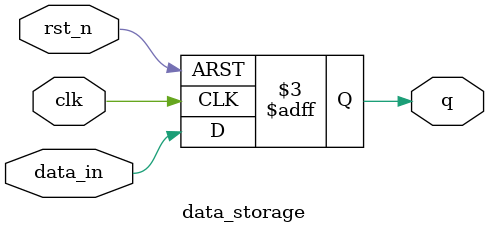
<source format=sv>
module d_ff_reset_enable (
    input  wire clk,
    input  wire rst_n,
    input  wire en,
    input  wire d,
    output wire q
);
    // Internal signal - simplified design by removing unnecessary signal
    wire gated_data;
    
    // Optimized reset and enable logic combined with data path
    assign gated_data = en ? d : q;
    
    // Single flip-flop instance with synchronous reset
    data_storage u_data_storage (
        .clk(clk),
        .rst_n(rst_n),
        .data_in(gated_data),
        .q(q)
    );
    
endmodule

// Data storage module with improved timing
module data_storage (
    input  wire clk,
    input  wire rst_n,
    input  wire data_in,
    output reg  q
);
    // Single always block with asynchronous reset
    always @(posedge clk or negedge rst_n) begin
        if (!rst_n)
            q <= 1'b0;
        else
            q <= data_in;
    end
endmodule
</source>
